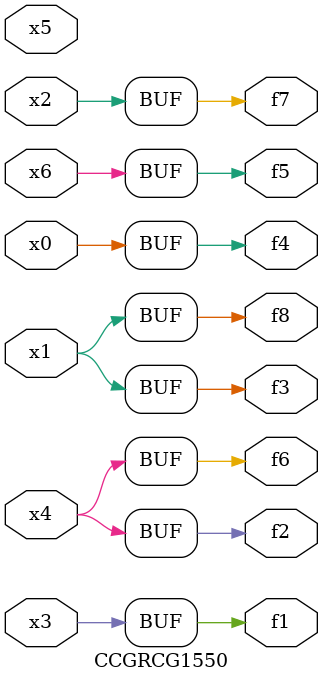
<source format=v>
module CCGRCG1550(
	input x0, x1, x2, x3, x4, x5, x6,
	output f1, f2, f3, f4, f5, f6, f7, f8
);
	assign f1 = x3;
	assign f2 = x4;
	assign f3 = x1;
	assign f4 = x0;
	assign f5 = x6;
	assign f6 = x4;
	assign f7 = x2;
	assign f8 = x1;
endmodule

</source>
